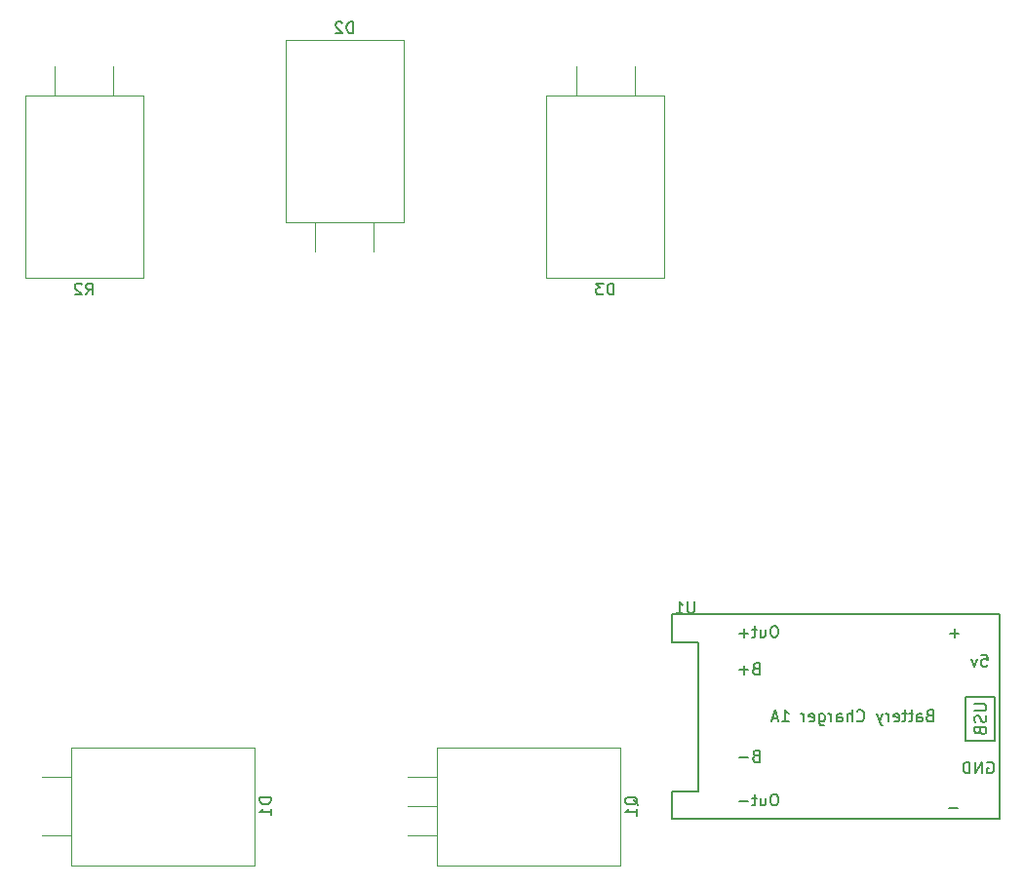
<source format=gbr>
G04 #@! TF.GenerationSoftware,KiCad,Pcbnew,5.1.5+dfsg1-2build2*
G04 #@! TF.CreationDate,2020-11-16T19:45:50+09:00*
G04 #@! TF.ProjectId,robot,726f626f-742e-46b6-9963-61645f706362,rev?*
G04 #@! TF.SameCoordinates,Original*
G04 #@! TF.FileFunction,Legend,Bot*
G04 #@! TF.FilePolarity,Positive*
%FSLAX46Y46*%
G04 Gerber Fmt 4.6, Leading zero omitted, Abs format (unit mm)*
G04 Created by KiCad (PCBNEW 5.1.5+dfsg1-2build2) date 2020-11-16 19:45:50*
%MOMM*%
%LPD*%
G04 APERTURE LIST*
%ADD10C,0.150000*%
%ADD11C,0.120000*%
G04 APERTURE END LIST*
D10*
X70900000Y37000000D02*
X70900000Y24100000D01*
X70900000Y24100000D02*
X70600000Y24100000D01*
X70700000Y24100000D02*
X68600000Y24100000D01*
X68600000Y24100000D02*
X68600000Y23800000D01*
X70700000Y39500000D02*
X68600000Y39500000D01*
X68600000Y39500000D02*
X68600000Y37000000D01*
X68600000Y37000000D02*
X70900000Y37000000D01*
X68600000Y23800000D02*
X68600000Y21700000D01*
X68600000Y21700000D02*
X97000000Y21700000D01*
X97000000Y21700000D02*
X97000000Y39500000D01*
X96600000Y32300000D02*
X94100000Y32300000D01*
X94100000Y32300000D02*
X94100000Y28500000D01*
X94100000Y28500000D02*
X96600000Y28500000D01*
X96600000Y28500000D02*
X96600000Y32200000D01*
X97000000Y39500000D02*
X70700000Y39500000D01*
D11*
X48190000Y25330000D02*
X45650000Y25330000D01*
X48190000Y22790000D02*
X45650000Y22790000D01*
X48190000Y20250000D02*
X45650000Y20250000D01*
X64080000Y27910000D02*
X48190000Y27910000D01*
X64080000Y17670000D02*
X48190000Y17670000D01*
X64080000Y17670000D02*
X64080000Y27910000D01*
X48190000Y17670000D02*
X48190000Y27910000D01*
X16440000Y25330000D02*
X13915000Y25330000D01*
X16440000Y20250000D02*
X13900000Y20250000D01*
X32330000Y27910000D02*
X16440000Y27910000D01*
X32330000Y17670000D02*
X16440000Y17670000D01*
X32330000Y17670000D02*
X32330000Y27910000D01*
X16440000Y17670000D02*
X16440000Y27910000D01*
X65330000Y84560000D02*
X65330000Y87085000D01*
X60250000Y84560000D02*
X60250000Y87100000D01*
X67910000Y68670000D02*
X67910000Y84560000D01*
X57670000Y68670000D02*
X57670000Y84560000D01*
X57670000Y68670000D02*
X67910000Y68670000D01*
X57670000Y84560000D02*
X67910000Y84560000D01*
X37625000Y73480000D02*
X37625000Y70955000D01*
X42705000Y73480000D02*
X42705000Y70940000D01*
X35045000Y89370000D02*
X35045000Y73480000D01*
X45285000Y89370000D02*
X45285000Y73480000D01*
X45285000Y89370000D02*
X35045000Y89370000D01*
X45285000Y73480000D02*
X35045000Y73480000D01*
X20080000Y84560000D02*
X20080000Y87085000D01*
X15000000Y84560000D02*
X15000000Y87100000D01*
X22660000Y68670000D02*
X22660000Y84560000D01*
X12420000Y68670000D02*
X12420000Y84560000D01*
X12420000Y68670000D02*
X22660000Y68670000D01*
X12420000Y84560000D02*
X22660000Y84560000D01*
D10*
X70511904Y40547619D02*
X70511904Y39738095D01*
X70464285Y39642857D01*
X70416666Y39595238D01*
X70321428Y39547619D01*
X70130952Y39547619D01*
X70035714Y39595238D01*
X69988095Y39642857D01*
X69940476Y39738095D01*
X69940476Y40547619D01*
X68940476Y39547619D02*
X69511904Y39547619D01*
X69226190Y39547619D02*
X69226190Y40547619D01*
X69321428Y40404761D01*
X69416666Y40309523D01*
X69511904Y40261904D01*
X90942857Y30671428D02*
X90800000Y30623809D01*
X90752380Y30576190D01*
X90704761Y30480952D01*
X90704761Y30338095D01*
X90752380Y30242857D01*
X90800000Y30195238D01*
X90895238Y30147619D01*
X91276190Y30147619D01*
X91276190Y31147619D01*
X90942857Y31147619D01*
X90847619Y31100000D01*
X90800000Y31052380D01*
X90752380Y30957142D01*
X90752380Y30861904D01*
X90800000Y30766666D01*
X90847619Y30719047D01*
X90942857Y30671428D01*
X91276190Y30671428D01*
X89847619Y30147619D02*
X89847619Y30671428D01*
X89895238Y30766666D01*
X89990476Y30814285D01*
X90180952Y30814285D01*
X90276190Y30766666D01*
X89847619Y30195238D02*
X89942857Y30147619D01*
X90180952Y30147619D01*
X90276190Y30195238D01*
X90323809Y30290476D01*
X90323809Y30385714D01*
X90276190Y30480952D01*
X90180952Y30528571D01*
X89942857Y30528571D01*
X89847619Y30576190D01*
X89514285Y30814285D02*
X89133333Y30814285D01*
X89371428Y31147619D02*
X89371428Y30290476D01*
X89323809Y30195238D01*
X89228571Y30147619D01*
X89133333Y30147619D01*
X88942857Y30814285D02*
X88561904Y30814285D01*
X88800000Y31147619D02*
X88800000Y30290476D01*
X88752380Y30195238D01*
X88657142Y30147619D01*
X88561904Y30147619D01*
X87847619Y30195238D02*
X87942857Y30147619D01*
X88133333Y30147619D01*
X88228571Y30195238D01*
X88276190Y30290476D01*
X88276190Y30671428D01*
X88228571Y30766666D01*
X88133333Y30814285D01*
X87942857Y30814285D01*
X87847619Y30766666D01*
X87800000Y30671428D01*
X87800000Y30576190D01*
X88276190Y30480952D01*
X87371428Y30147619D02*
X87371428Y30814285D01*
X87371428Y30623809D02*
X87323809Y30719047D01*
X87276190Y30766666D01*
X87180952Y30814285D01*
X87085714Y30814285D01*
X86847619Y30814285D02*
X86609523Y30147619D01*
X86371428Y30814285D02*
X86609523Y30147619D01*
X86704761Y29909523D01*
X86752380Y29861904D01*
X86847619Y29814285D01*
X84657142Y30242857D02*
X84704761Y30195238D01*
X84847619Y30147619D01*
X84942857Y30147619D01*
X85085714Y30195238D01*
X85180952Y30290476D01*
X85228571Y30385714D01*
X85276190Y30576190D01*
X85276190Y30719047D01*
X85228571Y30909523D01*
X85180952Y31004761D01*
X85085714Y31100000D01*
X84942857Y31147619D01*
X84847619Y31147619D01*
X84704761Y31100000D01*
X84657142Y31052380D01*
X84228571Y30147619D02*
X84228571Y31147619D01*
X83800000Y30147619D02*
X83800000Y30671428D01*
X83847619Y30766666D01*
X83942857Y30814285D01*
X84085714Y30814285D01*
X84180952Y30766666D01*
X84228571Y30719047D01*
X82895238Y30147619D02*
X82895238Y30671428D01*
X82942857Y30766666D01*
X83038095Y30814285D01*
X83228571Y30814285D01*
X83323809Y30766666D01*
X82895238Y30195238D02*
X82990476Y30147619D01*
X83228571Y30147619D01*
X83323809Y30195238D01*
X83371428Y30290476D01*
X83371428Y30385714D01*
X83323809Y30480952D01*
X83228571Y30528571D01*
X82990476Y30528571D01*
X82895238Y30576190D01*
X82419047Y30147619D02*
X82419047Y30814285D01*
X82419047Y30623809D02*
X82371428Y30719047D01*
X82323809Y30766666D01*
X82228571Y30814285D01*
X82133333Y30814285D01*
X81371428Y30814285D02*
X81371428Y30004761D01*
X81419047Y29909523D01*
X81466666Y29861904D01*
X81561904Y29814285D01*
X81704761Y29814285D01*
X81800000Y29861904D01*
X81371428Y30195238D02*
X81466666Y30147619D01*
X81657142Y30147619D01*
X81752380Y30195238D01*
X81800000Y30242857D01*
X81847619Y30338095D01*
X81847619Y30623809D01*
X81800000Y30719047D01*
X81752380Y30766666D01*
X81657142Y30814285D01*
X81466666Y30814285D01*
X81371428Y30766666D01*
X80514285Y30195238D02*
X80609523Y30147619D01*
X80800000Y30147619D01*
X80895238Y30195238D01*
X80942857Y30290476D01*
X80942857Y30671428D01*
X80895238Y30766666D01*
X80800000Y30814285D01*
X80609523Y30814285D01*
X80514285Y30766666D01*
X80466666Y30671428D01*
X80466666Y30576190D01*
X80942857Y30480952D01*
X80038095Y30147619D02*
X80038095Y30814285D01*
X80038095Y30623809D02*
X79990476Y30719047D01*
X79942857Y30766666D01*
X79847619Y30814285D01*
X79752380Y30814285D01*
X78133333Y30147619D02*
X78704761Y30147619D01*
X78419047Y30147619D02*
X78419047Y31147619D01*
X78514285Y31004761D01*
X78609523Y30909523D01*
X78704761Y30861904D01*
X77752380Y30433333D02*
X77276190Y30433333D01*
X77847619Y30147619D02*
X77514285Y31147619D01*
X77180952Y30147619D01*
X95961904Y26600000D02*
X96057142Y26647619D01*
X96200000Y26647619D01*
X96342857Y26600000D01*
X96438095Y26504761D01*
X96485714Y26409523D01*
X96533333Y26219047D01*
X96533333Y26076190D01*
X96485714Y25885714D01*
X96438095Y25790476D01*
X96342857Y25695238D01*
X96200000Y25647619D01*
X96104761Y25647619D01*
X95961904Y25695238D01*
X95914285Y25742857D01*
X95914285Y26076190D01*
X96104761Y26076190D01*
X95485714Y25647619D02*
X95485714Y26647619D01*
X94914285Y25647619D01*
X94914285Y26647619D01*
X94438095Y25647619D02*
X94438095Y26647619D01*
X94200000Y26647619D01*
X94057142Y26600000D01*
X93961904Y26504761D01*
X93914285Y26409523D01*
X93866666Y26219047D01*
X93866666Y26076190D01*
X93914285Y25885714D01*
X93961904Y25790476D01*
X94057142Y25695238D01*
X94200000Y25647619D01*
X94438095Y25647619D01*
X95442857Y35947619D02*
X95919047Y35947619D01*
X95966666Y35471428D01*
X95919047Y35519047D01*
X95823809Y35566666D01*
X95585714Y35566666D01*
X95490476Y35519047D01*
X95442857Y35471428D01*
X95395238Y35376190D01*
X95395238Y35138095D01*
X95442857Y35042857D01*
X95490476Y34995238D01*
X95585714Y34947619D01*
X95823809Y34947619D01*
X95919047Y34995238D01*
X95966666Y35042857D01*
X95061904Y35614285D02*
X94823809Y34947619D01*
X94585714Y35614285D01*
X75847619Y34771428D02*
X75704761Y34723809D01*
X75657142Y34676190D01*
X75609523Y34580952D01*
X75609523Y34438095D01*
X75657142Y34342857D01*
X75704761Y34295238D01*
X75800000Y34247619D01*
X76180952Y34247619D01*
X76180952Y35247619D01*
X75847619Y35247619D01*
X75752380Y35200000D01*
X75704761Y35152380D01*
X75657142Y35057142D01*
X75657142Y34961904D01*
X75704761Y34866666D01*
X75752380Y34819047D01*
X75847619Y34771428D01*
X76180952Y34771428D01*
X75180952Y34628571D02*
X74419047Y34628571D01*
X74800000Y34247619D02*
X74800000Y35009523D01*
X75847619Y27171428D02*
X75704761Y27123809D01*
X75657142Y27076190D01*
X75609523Y26980952D01*
X75609523Y26838095D01*
X75657142Y26742857D01*
X75704761Y26695238D01*
X75800000Y26647619D01*
X76180952Y26647619D01*
X76180952Y27647619D01*
X75847619Y27647619D01*
X75752380Y27600000D01*
X75704761Y27552380D01*
X75657142Y27457142D01*
X75657142Y27361904D01*
X75704761Y27266666D01*
X75752380Y27219047D01*
X75847619Y27171428D01*
X76180952Y27171428D01*
X75180952Y27028571D02*
X74419047Y27028571D01*
X77552380Y38447619D02*
X77361904Y38447619D01*
X77266666Y38400000D01*
X77171428Y38304761D01*
X77123809Y38114285D01*
X77123809Y37780952D01*
X77171428Y37590476D01*
X77266666Y37495238D01*
X77361904Y37447619D01*
X77552380Y37447619D01*
X77647619Y37495238D01*
X77742857Y37590476D01*
X77790476Y37780952D01*
X77790476Y38114285D01*
X77742857Y38304761D01*
X77647619Y38400000D01*
X77552380Y38447619D01*
X76266666Y38114285D02*
X76266666Y37447619D01*
X76695238Y38114285D02*
X76695238Y37590476D01*
X76647619Y37495238D01*
X76552380Y37447619D01*
X76409523Y37447619D01*
X76314285Y37495238D01*
X76266666Y37542857D01*
X75933333Y38114285D02*
X75552380Y38114285D01*
X75790476Y38447619D02*
X75790476Y37590476D01*
X75742857Y37495238D01*
X75647619Y37447619D01*
X75552380Y37447619D01*
X75219047Y37828571D02*
X74457142Y37828571D01*
X74838095Y37447619D02*
X74838095Y38209523D01*
X77552380Y23847619D02*
X77361904Y23847619D01*
X77266666Y23800000D01*
X77171428Y23704761D01*
X77123809Y23514285D01*
X77123809Y23180952D01*
X77171428Y22990476D01*
X77266666Y22895238D01*
X77361904Y22847619D01*
X77552380Y22847619D01*
X77647619Y22895238D01*
X77742857Y22990476D01*
X77790476Y23180952D01*
X77790476Y23514285D01*
X77742857Y23704761D01*
X77647619Y23800000D01*
X77552380Y23847619D01*
X76266666Y23514285D02*
X76266666Y22847619D01*
X76695238Y23514285D02*
X76695238Y22990476D01*
X76647619Y22895238D01*
X76552380Y22847619D01*
X76409523Y22847619D01*
X76314285Y22895238D01*
X76266666Y22942857D01*
X75933333Y23514285D02*
X75552380Y23514285D01*
X75790476Y23847619D02*
X75790476Y22990476D01*
X75742857Y22895238D01*
X75647619Y22847619D01*
X75552380Y22847619D01*
X75219047Y23228571D02*
X74457142Y23228571D01*
X94852380Y31661904D02*
X95661904Y31661904D01*
X95757142Y31614285D01*
X95804761Y31566666D01*
X95852380Y31471428D01*
X95852380Y31280952D01*
X95804761Y31185714D01*
X95757142Y31138095D01*
X95661904Y31090476D01*
X94852380Y31090476D01*
X95804761Y30661904D02*
X95852380Y30519047D01*
X95852380Y30280952D01*
X95804761Y30185714D01*
X95757142Y30138095D01*
X95661904Y30090476D01*
X95566666Y30090476D01*
X95471428Y30138095D01*
X95423809Y30185714D01*
X95376190Y30280952D01*
X95328571Y30471428D01*
X95280952Y30566666D01*
X95233333Y30614285D01*
X95138095Y30661904D01*
X95042857Y30661904D01*
X94947619Y30614285D01*
X94900000Y30566666D01*
X94852380Y30471428D01*
X94852380Y30233333D01*
X94900000Y30090476D01*
X95328571Y29328571D02*
X95376190Y29185714D01*
X95423809Y29138095D01*
X95519047Y29090476D01*
X95661904Y29090476D01*
X95757142Y29138095D01*
X95804761Y29185714D01*
X95852380Y29280952D01*
X95852380Y29661904D01*
X94852380Y29661904D01*
X94852380Y29328571D01*
X94900000Y29233333D01*
X94947619Y29185714D01*
X95042857Y29138095D01*
X95138095Y29138095D01*
X95233333Y29185714D01*
X95280952Y29233333D01*
X95328571Y29328571D01*
X95328571Y29661904D01*
X93380952Y22628571D02*
X92619047Y22628571D01*
X93480952Y37828571D02*
X92719047Y37828571D01*
X93100000Y37447619D02*
X93100000Y38209523D01*
X65627619Y22885238D02*
X65580000Y22980476D01*
X65484761Y23075714D01*
X65341904Y23218571D01*
X65294285Y23313809D01*
X65294285Y23409047D01*
X65532380Y23361428D02*
X65484761Y23456666D01*
X65389523Y23551904D01*
X65199047Y23599523D01*
X64865714Y23599523D01*
X64675238Y23551904D01*
X64580000Y23456666D01*
X64532380Y23361428D01*
X64532380Y23170952D01*
X64580000Y23075714D01*
X64675238Y22980476D01*
X64865714Y22932857D01*
X65199047Y22932857D01*
X65389523Y22980476D01*
X65484761Y23075714D01*
X65532380Y23170952D01*
X65532380Y23361428D01*
X65532380Y21980476D02*
X65532380Y22551904D01*
X65532380Y22266190D02*
X64532380Y22266190D01*
X64675238Y22361428D01*
X64770476Y22456666D01*
X64818095Y22551904D01*
X33782380Y23528095D02*
X32782380Y23528095D01*
X32782380Y23290000D01*
X32830000Y23147142D01*
X32925238Y23051904D01*
X33020476Y23004285D01*
X33210952Y22956666D01*
X33353809Y22956666D01*
X33544285Y23004285D01*
X33639523Y23051904D01*
X33734761Y23147142D01*
X33782380Y23290000D01*
X33782380Y23528095D01*
X33782380Y22004285D02*
X33782380Y22575714D01*
X33782380Y22290000D02*
X32782380Y22290000D01*
X32925238Y22385238D01*
X33020476Y22480476D01*
X33068095Y22575714D01*
X63528095Y67217619D02*
X63528095Y68217619D01*
X63290000Y68217619D01*
X63147142Y68170000D01*
X63051904Y68074761D01*
X63004285Y67979523D01*
X62956666Y67789047D01*
X62956666Y67646190D01*
X63004285Y67455714D01*
X63051904Y67360476D01*
X63147142Y67265238D01*
X63290000Y67217619D01*
X63528095Y67217619D01*
X62623333Y68217619D02*
X62004285Y68217619D01*
X62337619Y67836666D01*
X62194761Y67836666D01*
X62099523Y67789047D01*
X62051904Y67741428D01*
X62004285Y67646190D01*
X62004285Y67408095D01*
X62051904Y67312857D01*
X62099523Y67265238D01*
X62194761Y67217619D01*
X62480476Y67217619D01*
X62575714Y67265238D01*
X62623333Y67312857D01*
X40903095Y89917619D02*
X40903095Y90917619D01*
X40665000Y90917619D01*
X40522142Y90870000D01*
X40426904Y90774761D01*
X40379285Y90679523D01*
X40331666Y90489047D01*
X40331666Y90346190D01*
X40379285Y90155714D01*
X40426904Y90060476D01*
X40522142Y89965238D01*
X40665000Y89917619D01*
X40903095Y89917619D01*
X39950714Y90822380D02*
X39903095Y90870000D01*
X39807857Y90917619D01*
X39569761Y90917619D01*
X39474523Y90870000D01*
X39426904Y90822380D01*
X39379285Y90727142D01*
X39379285Y90631904D01*
X39426904Y90489047D01*
X39998333Y89917619D01*
X39379285Y89917619D01*
X17706666Y67217619D02*
X18040000Y67693809D01*
X18278095Y67217619D02*
X18278095Y68217619D01*
X17897142Y68217619D01*
X17801904Y68170000D01*
X17754285Y68122380D01*
X17706666Y68027142D01*
X17706666Y67884285D01*
X17754285Y67789047D01*
X17801904Y67741428D01*
X17897142Y67693809D01*
X18278095Y67693809D01*
X17325714Y68122380D02*
X17278095Y68170000D01*
X17182857Y68217619D01*
X16944761Y68217619D01*
X16849523Y68170000D01*
X16801904Y68122380D01*
X16754285Y68027142D01*
X16754285Y67931904D01*
X16801904Y67789047D01*
X17373333Y67217619D01*
X16754285Y67217619D01*
M02*

</source>
